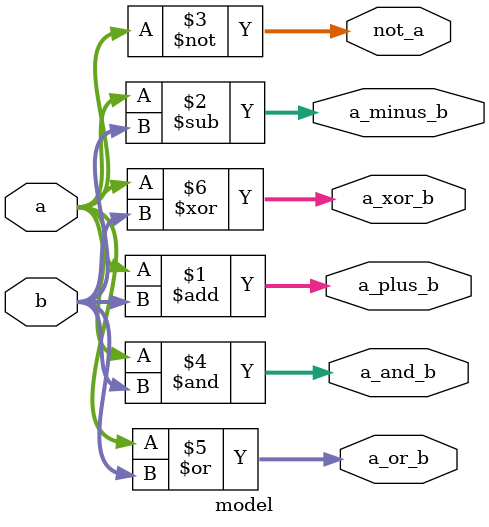
<source format=sv>
module model #(parameter
  DATA_WIDTH = 32
) (
  input  [DATA_WIDTH-1:0] a,
  input  [DATA_WIDTH-1:0] b,
  output logic [DATA_WIDTH-1:0] a_plus_b,
  output logic [DATA_WIDTH-1:0] a_minus_b,
  output logic [DATA_WIDTH-1:0] not_a,
  output logic [DATA_WIDTH-1:0] a_and_b,
  output logic [DATA_WIDTH-1:0] a_or_b,
  output logic [DATA_WIDTH-1:0] a_xor_b
);

assign a_plus_b = a+b;
assign a_minus_b = a-b;
assign not_a = ~a;
assign a_and_b = a & b;
assign a_or_b = a | b;
assign a_xor_b = a^b;

endmodule

</source>
